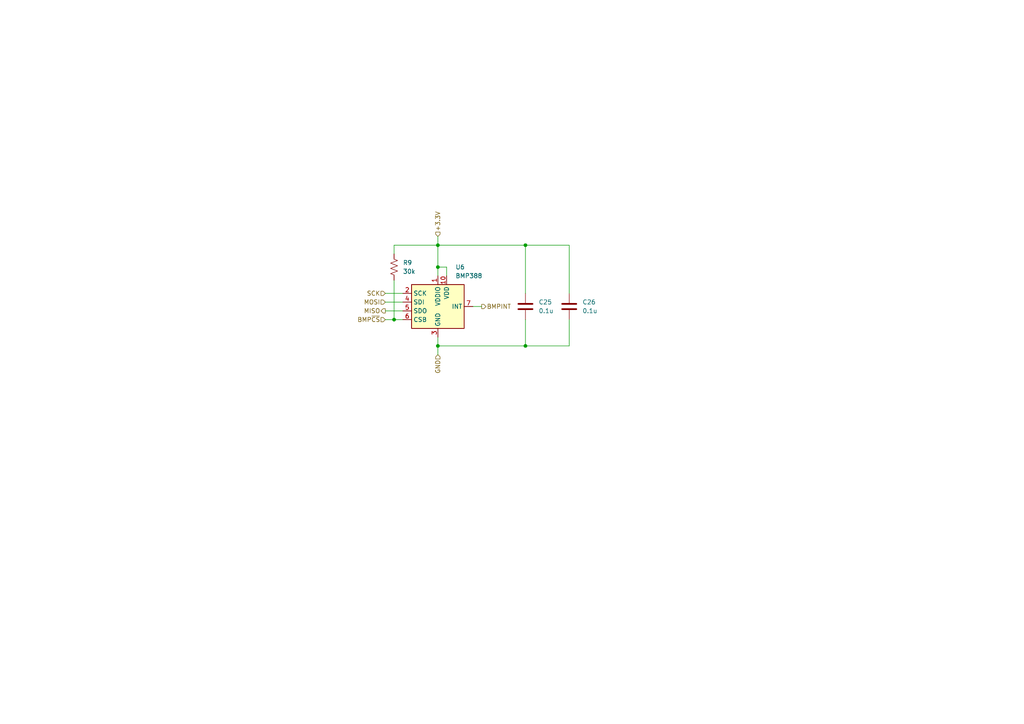
<source format=kicad_sch>
(kicad_sch (version 20230121) (generator eeschema)
  (paper "A4")
  (lib_symbols
    (symbol "Device:C" (pin_numbers hide) (pin_names (offset 0.254))
      (property "Reference" "C" (at 0.635 2.54 0))
      (property "Value" "C" (at 0.635 -2.54 0))
      (symbol "C_0_1"
        (polyline (pts (xy -2.032 -0.762) (xy 2.032 -0.762)) (stroke (width 0.508)))
        (polyline (pts (xy -2.032 0.762) (xy 2.032 0.762)) (stroke (width 0.508)))
      )
      (symbol "C_1_1"
        (pin passive line (at 0 3.81 270) (length 2.794) (name "~") (number "1"))
        (pin passive line (at 0 -3.81 90) (length 2.794) (name "~") (number "2"))
      )
    )
    (symbol "Device:R_US" (pin_numbers hide) (pin_names (offset 0))
      (property "Reference" "R" (at 2.54 0 90))
      (property "Value" "R_US" (at -2.54 0 90))
      (symbol "R_US_0_1"
        (polyline (pts (xy 0 -2.286) (xy 0 -2.54)))
        (polyline (pts (xy 0 2.286) (xy 0 2.54)))
        (polyline (pts (xy 0 -0.762) (xy 1.016 -1.143) (xy 0 -1.524) (xy -1.016 -1.905) (xy 0 -2.286)))
        (polyline (pts (xy 0 0.762) (xy 1.016 0.381) (xy 0 0) (xy -1.016 -0.381) (xy 0 -0.762)))
        (polyline (pts (xy 0 2.286) (xy 1.016 1.905) (xy 0 1.524) (xy -1.016 1.143) (xy 0 0.762)))
      )
      (symbol "R_US_1_1"
        (pin passive line (at 0 3.81 270) (length 1.27) (name "~") (number "1"))
        (pin passive line (at 0 -3.81 90) (length 1.27) (name "~") (number "2"))
      )
    )
    (symbol "erlib:BMP388"
      (property "Reference" "U" (at -8.89 8.89 0))
      (property "Value" "BMP388" (at -10.16 -8.89 0))
      (symbol "BMP388_0_1"
        (rectangle (start -7.62 6.35) (end 7.62 -6.35) (stroke (width 0.254)) (fill (type background)))
      )
      (symbol "BMP388_1_1"
        (pin power_in line (at 0 8.89 270) (length 2.54) (name "VDDIO") (number "1"))
        (pin power_in line (at 2.54 8.89 270) (length 2.54) (name "VDD") (number "10"))
        (pin input line (at -10.16 3.81 0) (length 2.54) (name "SCK") (number "2"))
        (pin power_in line (at 0 -8.89 90) (length 2.54) (name "GND") (number "3"))
        (pin bidirectional line (at -10.16 1.27 0) (length 2.54) (name "SDI") (number "4"))
        (pin bidirectional line (at -10.16 -1.27 0) (length 2.54) (name "SDO") (number "5"))
        (pin input line (at -10.16 -3.81 0) (length 2.54) (name "CSB") (number "6"))
        (pin output line (at 10.16 0 180) (length 2.54) (name "INT") (number "7"))
        (pin power_in line (at 0 -8.89 90) (length 2.54) hide (name "GND") (number "8"))
        (pin input line (at 0 -8.89 90) (length 2.54) hide (name "GND") (number "9"))
      )
    )
  )
  (junction (at 127 77.47))
  (junction (at 152.4 100.33))
  (junction (at 127 71.12))
  (junction (at 152.4 71.12))
  (junction (at 114.3 92.71))
  (junction (at 127 100.33))
  (wire (pts (xy 152.4 71.12) (xy 152.4 85.09)))
  (wire (pts (xy 152.4 71.12) (xy 127 71.12)))
  (wire (pts (xy 114.3 81.28) (xy 114.3 92.71)))
  (wire (pts (xy 137.16 88.9) (xy 139.7 88.9)))
  (wire (pts (xy 127 100.33) (xy 127 102.87)))
  (wire (pts (xy 127 68.58) (xy 127 71.12)))
  (wire (pts (xy 111.76 90.17) (xy 116.84 90.17)))
  (wire (pts (xy 114.3 71.12) (xy 127 71.12)))
  (wire (pts (xy 111.76 85.09) (xy 116.84 85.09)))
  (wire (pts (xy 165.1 71.12) (xy 152.4 71.12)))
  (wire (pts (xy 165.1 85.09) (xy 165.1 71.12)))
  (wire (pts (xy 129.54 77.47) (xy 127 77.47)))
  (wire (pts (xy 127 71.12) (xy 127 77.47)))
  (wire (pts (xy 165.1 100.33) (xy 152.4 100.33)))
  (wire (pts (xy 127 97.79) (xy 127 100.33)))
  (wire (pts (xy 114.3 73.66) (xy 114.3 71.12)))
  (wire (pts (xy 114.3 92.71) (xy 116.84 92.71)))
  (wire (pts (xy 165.1 92.71) (xy 165.1 100.33)))
  (wire (pts (xy 152.4 92.71) (xy 152.4 100.33)))
  (wire (pts (xy 152.4 100.33) (xy 127 100.33)))
  (wire (pts (xy 111.76 87.63) (xy 116.84 87.63)))
  (wire (pts (xy 129.54 80.01) (xy 129.54 77.47)))
  (wire (pts (xy 127 77.47) (xy 127 80.01)))
  (wire (pts (xy 114.3 92.71) (xy 111.76 92.71)))
  (hierarchical_label "GND" (shape input) (at 127 102.87 270))
  (hierarchical_label "BMP~{CS}" (shape input) (at 111.76 92.71 180))
  (hierarchical_label "BMPINT" (shape output) (at 139.7 88.9 0))
  (hierarchical_label "SCK" (shape input) (at 111.76 85.09 180))
  (hierarchical_label "+3.3V" (shape input) (at 127 68.58 90))
  (hierarchical_label "MOSI" (shape input) (at 111.76 87.63 180))
  (hierarchical_label "MISO" (shape output) (at 111.76 90.17 180))
  (symbol (lib_id "erlib:BMP388") (at 127 88.9 0) (unit 1)
    (property "Reference" "U6" (at 132.08 77.47 0) (effects (justify left)))
    (property "Value" "BMP388" (at 132.08 80.01 0) (effects (justify left)))
    (property "Footprint" "erlib:WFLGA-10" (effects hide))
    (property "Datasheet" "https://www.bosch-sensortec.com/media/boschsensortec/downloads/datasheets/bst-bmp390-ds002.pdf" (effects hide))
  )
  (symbol (lib_id "Device:C") (at 165.1 88.9 0) (unit 1)
    (property "Reference" "C26" (at 168.91 87.63 0) (effects (justify left)))
    (property "Value" "0.1u" (at 168.91 90.17 0) (effects (justify left)))
    (property "Footprint" "Capacitor_SMD:C_0603_1608Metric" (effects hide))
    (instances (project "av2324" (path "" (reference "C26") (unit 1)) (path "" (reference "C33") (unit 1))))
  )
  (symbol (lib_id "Device:R_US") (at 114.3 77.47 0) (unit 1)
    (property "Reference" "R9" (at 116.84 76.2 0) (effects (justify left)))
    (property "Value" "30k" (at 116.84 78.74 0) (effects (justify left)))
    (property "Footprint" "Resistor_SMD:R_0603_1608Metric" (effects hide))
    (instances (project "av2324" (path "" (reference "R9") (unit 1)) (path "" (reference "R16") (unit 1))))
  )
  (symbol (lib_id "Device:C") (at 152.4 88.9 0) (unit 1)
    (property "Reference" "C25" (at 156.21 87.63 0) (effects (justify left)))
    (property "Value" "0.1u" (at 156.21 90.17 0) (effects (justify left)))
    (property "Footprint" "Capacitor_SMD:C_0603_1608Metric" (effects hide))
    (instances (project "av2324" (path "" (reference "C25") (unit 1)) (path "" (reference "C32") (unit 1))))
  )
)
</source>
